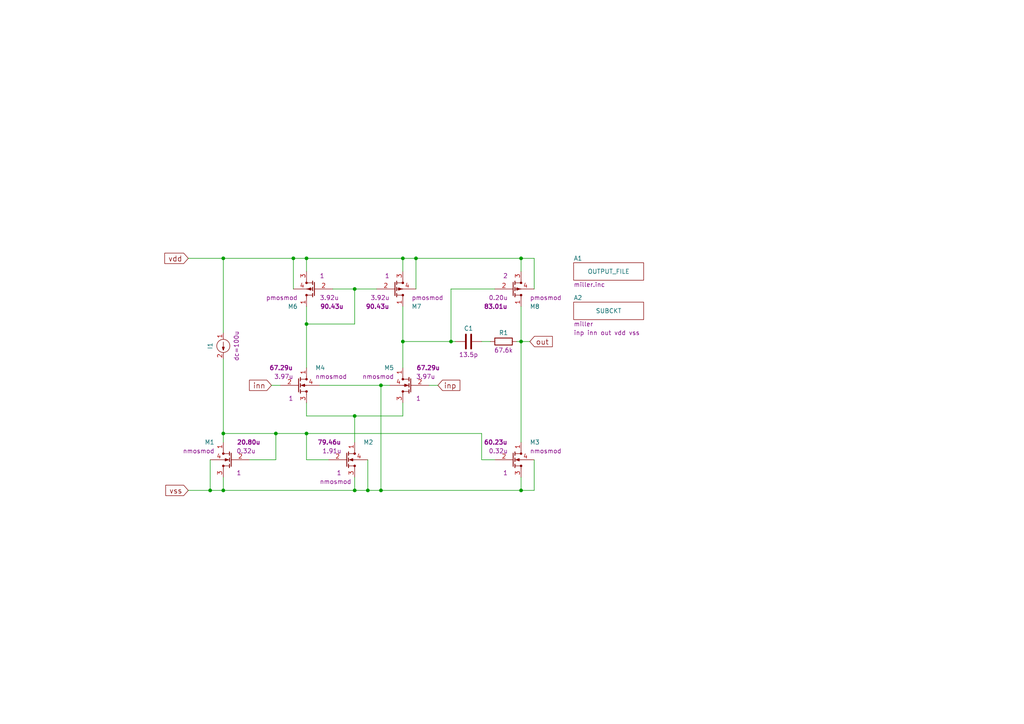
<source format=kicad_sch>
(kicad_sch (version 20211123) (generator eeschema)
  (paper "A4")
  (lib_symbols
    (symbol "pyopus:CAP" (pin_numbers hide) (pin_names (offset 0.254))
      (property "Reference" "C" (at -3.81 0 90))
      (property "c" "<capacitance>" (at 3.81 0 90))
      (symbol "CAP_0_1"
        (polyline (pts (xy -2.032 -0.762) (xy 2.032 -0.762)) (stroke (width 0.508)))
        (polyline (pts (xy -2.032 0.762) (xy 2.032 0.762)) (stroke (width 0.508)))
      )
      (symbol "CAP_1_1"
        (pin passive line (at 0 3.81 270) (length 2.794) (name "~") (number "1"))
        (pin passive line (at 0 -3.81 90) (length 2.794) (name "~") (number "2"))
      )
    )
    (symbol "pyopus:ISRC" (pin_names (offset 0) hide)
      (property "Reference" "I" (at -3.81 0 90))
      (property "Specification" "dc=0" (at 3.81 0 90))
      (symbol "ISRC_0_0"
        (polyline (pts (xy 0 1.143) (xy 0 -1.143)) (stroke (width 0.1524)))
        (polyline (pts (xy 0 -1.143) (xy -0.254 -0.381) (xy 0.254 -0.381) (xy 0 -1.143)) (stroke (width 0.2794)))
        (circle (center 0 0) (radius 1.905) (stroke (width 0.1524)))
      )
      (symbol "ISRC_1_1"
        (pin passive line (at 0 3.81 270) (length 1.905) (name "P") (number "1"))
        (pin power_out line (at 0 -3.81 90) (length 1.905) (name "N") (number "2"))
      )
    )
    (symbol "pyopus:NMOS" (pin_names (offset 0) hide)
      (property "Reference" "M" (at 5.08 5.08 0))
      (property "Model" "<model name>" (at 5.08 2.54 0))
      (property "w" "<w>" (at -1.27 5.08 0))
      (property "l" "<l>" (at -1.27 2.54 0))
      (property "m" "<m>" (at -1.27 -3.81 0))
      (symbol "NMOS_0_1"
        (polyline (pts (xy 0.762 -1.778) (xy 2.54 -1.778)))
        (polyline (pts (xy 0.762 -1.27) (xy 0.762 -2.286)) (stroke (width 0.254)))
        (polyline (pts (xy 0.762 0) (xy 2.54 0)))
        (polyline (pts (xy 0.762 0.508) (xy 0.762 -0.508)) (stroke (width 0.254)))
        (polyline (pts (xy 0.762 1.778) (xy 2.54 1.778)))
        (polyline (pts (xy 0.762 2.286) (xy 0.762 1.27)) (stroke (width 0.254)))
        (polyline (pts (xy 2.54 -1.778) (xy 2.54 -2.54)))
        (polyline (pts (xy 2.54 2.54) (xy 2.54 1.778)))
        (polyline (pts (xy 0.254 1.905) (xy 0.254 -1.905) (xy 0.254 -1.905)) (stroke (width 0.254)))
        (polyline (pts (xy 1.016 0) (xy 2.032 0.381) (xy 2.032 -0.381) (xy 1.016 0)) (fill (type outline)))
        (circle (center 2.54 -1.778) (radius 0.2794) (fill (type outline)))
        (circle (center 2.54 1.778) (radius 0.2794) (fill (type outline)))
      )
      (symbol "NMOS_1_1"
        (pin passive line (at 2.54 5.08 270) (length 2.54) (name "D") (number "1"))
        (pin input line (at -5.08 0 0) (length 5.334) (name "G") (number "2"))
        (pin passive line (at 2.54 -5.08 90) (length 2.54) (name "S") (number "3"))
        (pin input line (at 6.35 0 180) (length 5.08) (name "B") (number "4"))
      )
    )
    (symbol "pyopus:OUTPUT_FILE" (pin_names (offset 1.016))
      (property "Reference" "A" (at -10.16 1.27 0))
      (property "Value" "OUTPUT_FILE" (at 0 -2.54 0))
      (property "Name" "<file name>" (at -10.16 -6.35 0))
      (symbol "OUTPUT_FILE_0_1"
        (rectangle (start -10.16 0) (end 10.16 -5.08))
      )
    )
    (symbol "pyopus:PMOS" (pin_names (offset 0) hide)
      (property "Reference" "M" (at 5.08 5.08 0))
      (property "Model" "<model name>" (at 5.08 2.54 0))
      (property "w" "<w>" (at -1.27 5.08 0))
      (property "l" "<l>" (at -1.27 2.54 0))
      (property "m" "<m>" (at -1.27 -3.81 0))
      (symbol "PMOS_0_1"
        (polyline (pts (xy 0.762 -1.778) (xy 2.54 -1.778)))
        (polyline (pts (xy 0.762 -1.27) (xy 0.762 -2.286)) (stroke (width 0.254)))
        (polyline (pts (xy 0.762 0) (xy 2.54 0)))
        (polyline (pts (xy 0.762 0.508) (xy 0.762 -0.508)) (stroke (width 0.254)))
        (polyline (pts (xy 0.762 1.778) (xy 2.54 1.778)))
        (polyline (pts (xy 0.762 2.286) (xy 0.762 1.27)) (stroke (width 0.254)))
        (polyline (pts (xy 2.54 -1.778) (xy 2.54 -2.54)))
        (polyline (pts (xy 2.54 2.54) (xy 2.54 1.778)))
        (polyline (pts (xy 0.254 1.905) (xy 0.254 -1.905) (xy 0.254 -1.905)) (stroke (width 0.254)))
        (polyline (pts (xy 2.286 0) (xy 1.27 -0.381) (xy 1.27 0.381) (xy 2.286 0)) (fill (type outline)))
        (circle (center 2.54 -1.778) (radius 0.2794) (fill (type outline)))
        (circle (center 2.54 1.778) (radius 0.2794) (fill (type outline)))
      )
      (symbol "PMOS_1_1"
        (pin passive line (at 2.54 5.08 270) (length 2.54) (name "D") (number "1"))
        (pin input line (at -5.08 0 0) (length 5.334) (name "G") (number "2"))
        (pin passive line (at 2.54 -5.08 90) (length 2.54) (name "S") (number "3"))
        (pin input line (at 6.35 0 180) (length 5.08) (name "B") (number "4"))
      )
    )
    (symbol "pyopus:RES" (pin_numbers hide) (pin_names (offset 0))
      (property "Reference" "R" (at -2.54 0 90))
      (property "r" "<resistance>" (at 2.54 0 90))
      (symbol "RES_0_1"
        (rectangle (start -1.016 -2.54) (end 1.016 2.54) (stroke (width 0.254)))
      )
      (symbol "RES_1_1"
        (pin passive line (at 0 3.81 270) (length 1.27) (name "~") (number "1"))
        (pin passive line (at 0 -3.81 90) (length 1.27) (name "~") (number "2"))
      )
    )
    (symbol "pyopus:SUBCKT" (pin_names (offset 1.016))
      (property "Reference" "A" (at -10.16 1.27 0))
      (property "Value" "SUBCKT" (at 0 -2.54 0))
      (property "Name" "<name>" (at -10.16 -6.35 0))
      (property "Pins" "<pin names>" (at -10.16 -8.89 0))
      (symbol "SUBCKT_0_1"
        (rectangle (start -10.16 0) (end 10.16 -5.08))
      )
    )
  )
  (junction (at 151.13 74.93))
  (junction (at 64.77 125.73))
  (junction (at 110.49 142.24))
  (junction (at 88.9 125.73))
  (junction (at 64.77 142.24))
  (junction (at 116.84 74.93))
  (junction (at 110.49 111.76))
  (junction (at 106.68 142.24))
  (junction (at 151.13 99.06))
  (junction (at 151.13 142.24))
  (junction (at 102.87 120.65))
  (junction (at 130.81 99.06))
  (junction (at 80.01 125.73))
  (junction (at 116.84 99.06))
  (junction (at 85.09 74.93))
  (junction (at 64.77 74.93))
  (junction (at 88.9 74.93))
  (junction (at 120.65 74.93))
  (junction (at 102.87 83.82))
  (junction (at 88.9 93.98))
  (junction (at 60.96 142.24))
  (junction (at 102.87 142.24))
  (wire (pts (xy 151.13 74.93) (xy 154.94 74.93)))
  (wire (pts (xy 60.96 142.24) (xy 64.77 142.24)))
  (wire (pts (xy 88.9 133.35) (xy 95.25 133.35)))
  (wire (pts (xy 151.13 142.24) (xy 154.94 142.24)))
  (wire (pts (xy 154.94 74.93) (xy 154.94 83.82)))
  (wire (pts (xy 102.87 83.82) (xy 102.87 93.98)))
  (wire (pts (xy 88.9 116.84) (xy 88.9 120.65)))
  (wire (pts (xy 102.87 93.98) (xy 88.9 93.98)))
  (wire (pts (xy 151.13 78.74) (xy 151.13 74.93)))
  (wire (pts (xy 124.46 111.76) (xy 127 111.76)))
  (wire (pts (xy 102.87 142.24) (xy 102.87 138.43)))
  (wire (pts (xy 116.84 99.06) (xy 116.84 106.68)))
  (wire (pts (xy 88.9 74.93) (xy 116.84 74.93)))
  (wire (pts (xy 110.49 111.76) (xy 113.03 111.76)))
  (wire (pts (xy 64.77 142.24) (xy 64.77 138.43)))
  (wire (pts (xy 130.81 83.82) (xy 143.51 83.82)))
  (wire (pts (xy 64.77 104.14) (xy 64.77 125.73)))
  (wire (pts (xy 92.71 111.76) (xy 110.49 111.76)))
  (wire (pts (xy 88.9 120.65) (xy 102.87 120.65)))
  (wire (pts (xy 102.87 120.65) (xy 116.84 120.65)))
  (wire (pts (xy 64.77 96.52) (xy 64.77 74.93)))
  (wire (pts (xy 88.9 78.74) (xy 88.9 74.93)))
  (wire (pts (xy 85.09 83.82) (xy 85.09 74.93)))
  (wire (pts (xy 120.65 74.93) (xy 151.13 74.93)))
  (wire (pts (xy 110.49 142.24) (xy 151.13 142.24)))
  (wire (pts (xy 151.13 99.06) (xy 153.67 99.06)))
  (wire (pts (xy 64.77 125.73) (xy 80.01 125.73)))
  (wire (pts (xy 116.84 74.93) (xy 120.65 74.93)))
  (wire (pts (xy 149.86 99.06) (xy 151.13 99.06)))
  (wire (pts (xy 154.94 142.24) (xy 154.94 133.35)))
  (wire (pts (xy 96.52 83.82) (xy 102.87 83.82)))
  (wire (pts (xy 116.84 88.9) (xy 116.84 99.06)))
  (wire (pts (xy 78.74 111.76) (xy 81.28 111.76)))
  (wire (pts (xy 85.09 74.93) (xy 88.9 74.93)))
  (wire (pts (xy 116.84 99.06) (xy 130.81 99.06)))
  (wire (pts (xy 106.68 142.24) (xy 110.49 142.24)))
  (wire (pts (xy 60.96 133.35) (xy 60.96 142.24)))
  (wire (pts (xy 102.87 142.24) (xy 106.68 142.24)))
  (wire (pts (xy 116.84 78.74) (xy 116.84 74.93)))
  (wire (pts (xy 80.01 125.73) (xy 88.9 125.73)))
  (wire (pts (xy 54.61 142.24) (xy 60.96 142.24)))
  (wire (pts (xy 80.01 133.35) (xy 80.01 125.73)))
  (wire (pts (xy 64.77 74.93) (xy 85.09 74.93)))
  (wire (pts (xy 54.61 74.93) (xy 64.77 74.93)))
  (wire (pts (xy 151.13 99.06) (xy 151.13 128.27)))
  (wire (pts (xy 139.7 133.35) (xy 143.51 133.35)))
  (wire (pts (xy 120.65 83.82) (xy 120.65 74.93)))
  (wire (pts (xy 88.9 88.9) (xy 88.9 93.98)))
  (wire (pts (xy 130.81 99.06) (xy 130.81 83.82)))
  (wire (pts (xy 130.81 99.06) (xy 132.08 99.06)))
  (wire (pts (xy 64.77 125.73) (xy 64.77 128.27)))
  (wire (pts (xy 72.39 133.35) (xy 80.01 133.35)))
  (wire (pts (xy 139.7 125.73) (xy 139.7 133.35)))
  (wire (pts (xy 64.77 142.24) (xy 102.87 142.24)))
  (wire (pts (xy 110.49 111.76) (xy 110.49 142.24)))
  (wire (pts (xy 88.9 93.98) (xy 88.9 106.68)))
  (wire (pts (xy 151.13 142.24) (xy 151.13 138.43)))
  (wire (pts (xy 88.9 125.73) (xy 88.9 133.35)))
  (wire (pts (xy 139.7 99.06) (xy 142.24 99.06)))
  (wire (pts (xy 88.9 125.73) (xy 139.7 125.73)))
  (wire (pts (xy 106.68 142.24) (xy 106.68 133.35)))
  (wire (pts (xy 102.87 83.82) (xy 109.22 83.82)))
  (wire (pts (xy 116.84 120.65) (xy 116.84 116.84)))
  (wire (pts (xy 102.87 128.27) (xy 102.87 120.65)))
  (wire (pts (xy 151.13 88.9) (xy 151.13 99.06)))
  (global_label "vdd" (shape input) (at 54.61 74.93 180) (effects (font (size 1.524 1.524))) (property "Intersheet References" "${INTERSHEET_REFS}" (effects hide)))
  (global_label "out" (shape input) (at 153.67 99.06 0) (effects (font (size 1.524 1.524))) (property "Intersheet References" "${INTERSHEET_REFS}" (effects hide)))
  (global_label "vss" (shape input) (at 54.61 142.24 180) (effects (font (size 1.524 1.524))) (property "Intersheet References" "${INTERSHEET_REFS}" (effects hide)))
  (global_label "inp" (shape input) (at 127 111.76 0) (effects (font (size 1.524 1.524))) (property "Intersheet References" "${INTERSHEET_REFS}" (effects hide)))
  (global_label "inn" (shape input) (at 78.74 111.76 180) (effects (font (size 1.524 1.524))) (property "Intersheet References" "${INTERSHEET_REFS}" (effects hide)))
  (symbol (lib_id "pyopus:NMOS") (at 100.33 133.35 0) (unit 1)
    (property "Reference" "M2" (at 105.41 128.27 0) (effects (justify left)))
    (property "Value" "NMOS" (effects hide))
    (property "Model" "nmosmod" (at 92.71 139.7 0) (effects (justify left)))
    (property "w" "79.46u" (at 99.06 128.27 0) (effects (font bold) (justify right)))
    (property "l" "1.91u" (at 99.06 130.81 0) (effects (justify right)))
    (property "m" "1" (at 99.06 137.16 0) (effects (justify right)))
  )
  (symbol (lib_id "pyopus:NMOS") (at 67.31 133.35 0) (mirror y) (unit 1)
    (property "Reference" "M1" (at 62.23 128.27 0) (effects (justify left)))
    (property "Value" "NMOS" (effects hide))
    (property "Model" "nmosmod" (at 62.23 130.81 0) (effects (justify left)))
    (property "w" "20.80u" (at 68.58 128.27 0) (effects (font bold) (justify right)))
    (property "l" "0.32u" (at 68.58 130.81 0) (effects (justify right)))
    (property "m" "1" (at 68.58 137.16 0) (effects (justify right)))
  )
  (symbol (lib_id "pyopus:NMOS") (at 148.59 133.35 0) (unit 1)
    (property "Reference" "M3" (at 153.67 128.27 0) (effects (justify left)))
    (property "Value" "NMOS" (effects hide))
    (property "Model" "nmosmod" (at 153.67 130.81 0) (effects (justify left)))
    (property "w" "60.23u" (at 147.32 128.27 0) (effects (font bold) (justify right)))
    (property "l" "0.32u" (at 147.32 130.81 0) (effects (justify right)))
    (property "m" "1" (at 147.32 137.16 0) (effects (justify right)))
  )
  (symbol (lib_id "pyopus:PMOS") (at 91.44 83.82 180) (unit 1)
    (property "Reference" "M6" (at 86.36 88.9 0) (effects (justify left)))
    (property "Value" "PMOS" (effects hide))
    (property "Model" "pmosmod" (at 86.36 86.36 0) (effects (justify left)))
    (property "w" "90.43u" (at 92.71 88.9 0) (effects (font bold) (justify right)))
    (property "l" "3.92u" (at 92.71 86.36 0) (effects (justify right)))
    (property "m" "1" (at 92.71 80.01 0) (effects (justify right)))
  )
  (symbol (lib_id "pyopus:PMOS") (at 114.3 83.82 0) (mirror x) (unit 1)
    (property "Reference" "M7" (at 119.38 88.9 0) (effects (justify left)))
    (property "Value" "PMOS" (effects hide))
    (property "Model" "pmosmod" (at 119.38 86.36 0) (effects (justify left)))
    (property "w" "90.43u" (at 113.03 88.9 0) (effects (font bold) (justify right)))
    (property "l" "3.92u" (at 113.03 86.36 0) (effects (justify right)))
    (property "m" "1" (at 113.03 80.01 0) (effects (justify right)))
  )
  (symbol (lib_id "pyopus:PMOS") (at 148.59 83.82 0) (mirror x) (unit 1)
    (property "Reference" "M8" (at 153.67 88.9 0) (effects (justify left)))
    (property "Value" "PMOS" (effects hide))
    (property "Model" "pmosmod" (at 153.67 86.36 0) (effects (justify left)))
    (property "w" "83.01u" (at 147.32 88.9 0) (effects (font bold) (justify right)))
    (property "l" "0.20u" (at 147.32 86.36 0) (effects (justify right)))
    (property "m" "2" (at 147.32 80.01 0) (effects (justify right)))
  )
  (symbol (lib_id "pyopus:ISRC") (at 64.77 100.33 0) (unit 1)
    (property "Reference" "I1" (at 60.96 100.33 90))
    (property "Value" "ISRC" (effects hide))
    (property "Specification" "dc=100u" (at 68.58 100.33 90))
  )
  (symbol (lib_id "pyopus:RES") (at 146.05 99.06 270) (unit 1)
    (property "Reference" "R1" (at 146.05 96.52 90))
    (property "Value" "RES" (effects hide))
    (property "r" "67.6k" (at 146.05 101.6 90))
  )
  (symbol (lib_id "pyopus:CAP") (at 135.89 99.06 270) (unit 1)
    (property "Reference" "C1" (at 135.89 95.25 90))
    (property "Value" "CAP" (effects hide))
    (property "c" "13.5p" (at 135.89 102.87 90))
  )
  (symbol (lib_id "pyopus:NMOS") (at 86.36 111.76 0) (unit 1)
    (property "Reference" "M4" (at 91.44 106.68 0) (effects (justify left)))
    (property "Value" "NMOS" (effects hide))
    (property "Model" "nmosmod" (at 91.44 109.22 0) (effects (justify left)))
    (property "w" "67.29u" (at 85.09 106.68 0) (effects (font bold) (justify right)))
    (property "l" "3.97u" (at 85.09 109.22 0) (effects (justify right)))
    (property "m" "1" (at 85.09 115.57 0) (effects (justify right)))
  )
  (symbol (lib_id "pyopus:NMOS") (at 119.38 111.76 0) (mirror y) (unit 1)
    (property "Reference" "M5" (at 114.3 106.68 0) (effects (justify left)))
    (property "Value" "NMOS" (effects hide))
    (property "Model" "nmosmod" (at 114.3 109.22 0) (effects (justify left)))
    (property "w" "67.29u" (at 120.65 106.68 0) (effects (font bold) (justify right)))
    (property "l" "3.97u" (at 120.65 109.22 0) (effects (justify right)))
    (property "m" "1" (at 120.65 115.57 0) (effects (justify right)))
  )
  (symbol (lib_id "pyopus:SUBCKT") (at 176.53 87.63 0) (unit 1)
    (property "Reference" "A2" (at 166.37 86.36 0) (effects (justify left)))
    (property "Value" "SUBCKT" (at 176.53 90.17 0))
    (property "Name" "miller" (at 166.37 93.98 0) (effects (justify left)))
    (property "Pins" "inp inn out vdd vss" (at 166.37 96.52 0) (effects (justify left)))
  )
  (symbol (lib_id "pyopus:OUTPUT_FILE") (at 176.53 76.2 0) (unit 1)
    (property "Reference" "A1" (at 166.37 74.93 0) (effects (justify left)))
    (property "Value" "OUTPUT_FILE" (at 176.53 78.74 0))
    (property "Name" "miller.inc" (at 166.37 82.55 0) (effects (justify left)))
  )
)
</source>
